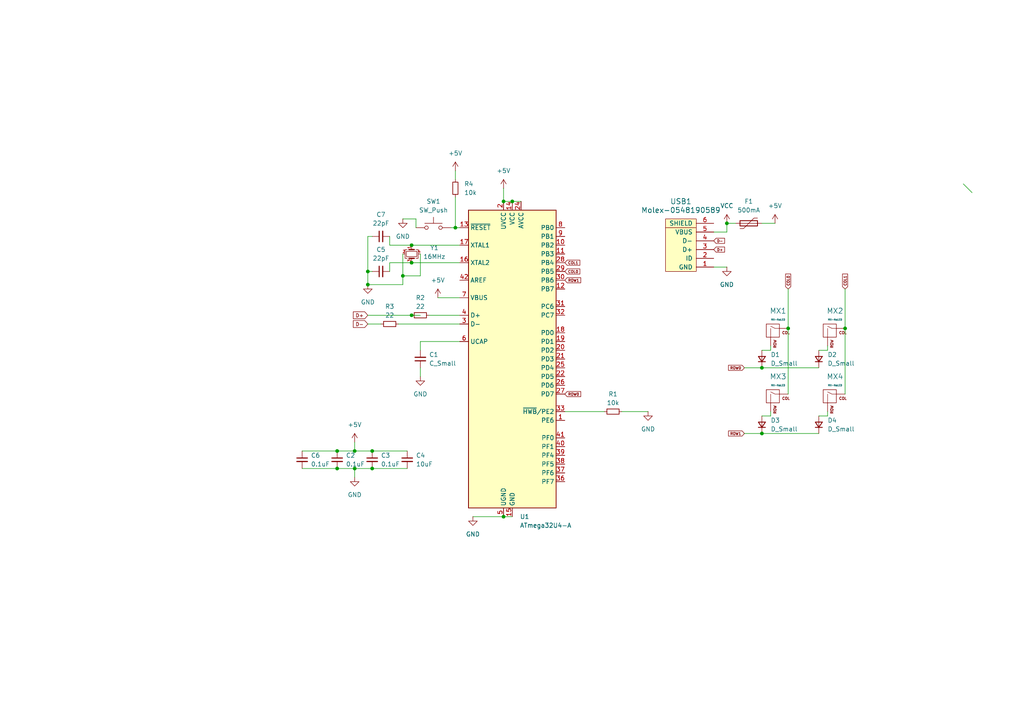
<source format=kicad_sch>
(kicad_sch (version 20231120) (generator "eeschema") (generator_version "8.0")
  (paper "A4")
  (lib_symbols
    (symbol "Device:C_Small" (pin_numbers hide) (pin_names (offset 0.254) hide)
      (property "Reference" "C" (at 0.254 1.778 0))
      (property "Value" "C_Small" (at 0.254 -2.032 0))
      (symbol "C_Small_0_1"
        (polyline (pts (xy -1.524 -0.508) (xy 1.524 -0.508)) (stroke (width 0.3302)))
        (polyline (pts (xy -1.524 0.508) (xy 1.524 0.508)) (stroke (width 0.3048)))
      )
      (symbol "C_Small_1_1"
        (pin passive line (at 0 2.54 270) (length 2.032) (name "~") (number "1"))
        (pin passive line (at 0 -2.54 90) (length 2.032) (name "~") (number "2"))
      )
    )
    (symbol "Device:Crystal_GND24_Small" (pin_names (offset 1.016) hide)
      (property "Reference" "Y" (at 1.27 4.445 0))
      (property "Value" "Crystal_GND24_Small" (at 1.27 2.54 0))
      (symbol "Crystal_GND24_Small_0_1"
        (rectangle (start -0.762 -1.524) (end 0.762 1.524))
        (polyline (pts (xy -1.27 -0.762) (xy -1.27 0.762)) (stroke (width 0.381)))
        (polyline (pts (xy 1.27 -0.762) (xy 1.27 0.762)) (stroke (width 0.381)))
        (polyline (pts (xy -1.27 -1.27) (xy -1.27 -1.905) (xy 1.27 -1.905) (xy 1.27 -1.27)))
        (polyline (pts (xy -1.27 1.27) (xy -1.27 1.905) (xy 1.27 1.905) (xy 1.27 1.27)))
      )
      (symbol "Crystal_GND24_Small_1_1"
        (pin passive line (at -2.54 0 0) (length 1.27) (name "1") (number "1"))
        (pin passive line (at 0 -2.54 90) (length 0.635) (name "2") (number "2"))
        (pin passive line (at 2.54 0 180) (length 1.27) (name "3") (number "3"))
        (pin passive line (at 0 2.54 270) (length 0.635) (name "4") (number "4"))
      )
    )
    (symbol "Device:D_Small" (pin_numbers hide) (pin_names (offset 0.254) hide)
      (property "Reference" "D" (at -1.27 2.032 0))
      (property "Value" "D_Small" (at -3.81 -2.032 0))
      (symbol "D_Small_0_1"
        (polyline (pts (xy -0.762 -1.016) (xy -0.762 1.016)) (stroke (width 0.254)))
        (polyline (pts (xy -0.762 0) (xy 0.762 0)))
        (polyline (pts (xy 0.762 -1.016) (xy -0.762 0) (xy 0.762 1.016) (xy 0.762 -1.016)) (stroke (width 0.254)))
      )
      (symbol "D_Small_1_1"
        (pin passive line (at -2.54 0 0) (length 1.778) (name "K") (number "1"))
        (pin passive line (at 2.54 0 180) (length 1.778) (name "A") (number "2"))
      )
    )
    (symbol "Device:Polyfuse" (pin_numbers hide) (pin_names (offset 0))
      (property "Reference" "F" (at -2.54 0 90))
      (property "Value" "Polyfuse" (at 2.54 0 90))
      (symbol "Polyfuse_0_1"
        (rectangle (start -0.762 2.54) (end 0.762 -2.54) (stroke (width 0.254)))
        (polyline (pts (xy 0 2.54) (xy 0 -2.54)))
        (polyline (pts (xy -1.524 2.54) (xy -1.524 1.524) (xy 1.524 -1.524) (xy 1.524 -2.54)))
      )
      (symbol "Polyfuse_1_1"
        (pin passive line (at 0 3.81 270) (length 1.27) (name "~") (number "1"))
        (pin passive line (at 0 -3.81 90) (length 1.27) (name "~") (number "2"))
      )
    )
    (symbol "Device:R_Small" (pin_numbers hide) (pin_names (offset 0.254) hide)
      (property "Reference" "R" (at 0.762 0.508 0))
      (property "Value" "R_Small" (at 0.762 -1.016 0))
      (symbol "R_Small_0_1"
        (rectangle (start -0.762 1.778) (end 0.762 -1.778) (stroke (width 0.2032)))
      )
      (symbol "R_Small_1_1"
        (pin passive line (at 0 2.54 270) (length 0.762) (name "~") (number "1"))
        (pin passive line (at 0 -2.54 90) (length 0.762) (name "~") (number "2"))
      )
    )
    (symbol "MCU_Microchip_ATmega:ATmega32U4-A"
      (property "Reference" "U" (at -12.7 44.45 0))
      (property "Value" "ATmega32U4-A" (at 2.54 -44.45 0))
      (symbol "ATmega32U4-A_0_1"
        (rectangle (start -12.7 -43.18) (end 12.7 43.18) (stroke (width 0.254)) (fill (type background)))
      )
      (symbol "ATmega32U4-A_1_1"
        (pin bidirectional line (at 15.24 -17.78 180) (length 2.54) (name "PE6") (number "1"))
        (pin bidirectional line (at 15.24 33.02 180) (length 2.54) (name "PB2") (number "10"))
        (pin bidirectional line (at 15.24 30.48 180) (length 2.54) (name "PB3") (number "11"))
        (pin bidirectional line (at 15.24 20.32 180) (length 2.54) (name "PB7") (number "12"))
        (pin input line (at -15.24 38.1 0) (length 2.54) (name "~{RESET}") (number "13"))
        (pin power_in line (at 0 45.72 270) (length 2.54) (name "VCC") (number "14"))
        (pin power_in line (at 0 -45.72 90) (length 2.54) (name "GND") (number "15"))
        (pin output line (at -15.24 27.94 0) (length 2.54) (name "XTAL2") (number "16"))
        (pin input line (at -15.24 33.02 0) (length 2.54) (name "XTAL1") (number "17"))
        (pin bidirectional line (at 15.24 7.62 180) (length 2.54) (name "PD0") (number "18"))
        (pin bidirectional line (at 15.24 5.08 180) (length 2.54) (name "PD1") (number "19"))
        (pin power_in line (at -2.54 45.72 270) (length 2.54) (name "UVCC") (number "2"))
        (pin bidirectional line (at 15.24 2.54 180) (length 2.54) (name "PD2") (number "20"))
        (pin bidirectional line (at 15.24 0 180) (length 2.54) (name "PD3") (number "21"))
        (pin bidirectional line (at 15.24 -5.08 180) (length 2.54) (name "PD5") (number "22"))
        (pin passive line (at 0 -45.72 90) (length 2.54) hide (name "GND") (number "23"))
        (pin power_in line (at 2.54 45.72 270) (length 2.54) (name "AVCC") (number "24"))
        (pin bidirectional line (at 15.24 -2.54 180) (length 2.54) (name "PD4") (number "25"))
        (pin bidirectional line (at 15.24 -7.62 180) (length 2.54) (name "PD6") (number "26"))
        (pin bidirectional line (at 15.24 -10.16 180) (length 2.54) (name "PD7") (number "27"))
        (pin bidirectional line (at 15.24 27.94 180) (length 2.54) (name "PB4") (number "28"))
        (pin bidirectional line (at 15.24 25.4 180) (length 2.54) (name "PB5") (number "29"))
        (pin bidirectional line (at -15.24 10.16 0) (length 2.54) (name "D-") (number "3"))
        (pin bidirectional line (at 15.24 22.86 180) (length 2.54) (name "PB6") (number "30"))
        (pin bidirectional line (at 15.24 15.24 180) (length 2.54) (name "PC6") (number "31"))
        (pin bidirectional line (at 15.24 12.7 180) (length 2.54) (name "PC7") (number "32"))
        (pin bidirectional line (at 15.24 -15.24 180) (length 2.54) (name "~{HWB}/PE2") (number "33"))
        (pin passive line (at 0 45.72 270) (length 2.54) hide (name "VCC") (number "34"))
        (pin passive line (at 0 -45.72 90) (length 2.54) hide (name "GND") (number "35"))
        (pin bidirectional line (at 15.24 -35.56 180) (length 2.54) (name "PF7") (number "36"))
        (pin bidirectional line (at 15.24 -33.02 180) (length 2.54) (name "PF6") (number "37"))
        (pin bidirectional line (at 15.24 -30.48 180) (length 2.54) (name "PF5") (number "38"))
        (pin bidirectional line (at 15.24 -27.94 180) (length 2.54) (name "PF4") (number "39"))
        (pin bidirectional line (at -15.24 12.7 0) (length 2.54) (name "D+") (number "4"))
        (pin bidirectional line (at 15.24 -25.4 180) (length 2.54) (name "PF1") (number "40"))
        (pin bidirectional line (at 15.24 -22.86 180) (length 2.54) (name "PF0") (number "41"))
        (pin passive line (at -15.24 22.86 0) (length 2.54) (name "AREF") (number "42"))
        (pin passive line (at 0 -45.72 90) (length 2.54) hide (name "GND") (number "43"))
        (pin passive line (at 2.54 45.72 270) (length 2.54) hide (name "AVCC") (number "44"))
        (pin passive line (at -2.54 -45.72 90) (length 2.54) (name "UGND") (number "5"))
        (pin passive line (at -15.24 5.08 0) (length 2.54) (name "UCAP") (number "6"))
        (pin input line (at -15.24 17.78 0) (length 2.54) (name "VBUS") (number "7"))
        (pin bidirectional line (at 15.24 38.1 180) (length 2.54) (name "PB0") (number "8"))
        (pin bidirectional line (at 15.24 35.56 180) (length 2.54) (name "PB1") (number "9"))
      )
    )
    (symbol "MX_Alps_Hybrid:MX-NoLED" (pin_names (offset 1.016))
      (property "Reference" "MX" (at -0.635 3.81 0))
      (property "Value" "MX-NoLED" (at -0.635 1.27 0))
      (symbol "MX-NoLED_0_0"
        (rectangle (start -2.54 2.54) (end 1.27 -1.27))
        (polyline (pts (xy -1.27 -1.27) (xy -1.27 1.27)) (stroke (width 0.127)))
        (polyline (pts (xy 1.27 1.27) (xy 0 1.27) (xy -1.27 1.905)) (stroke (width 0.127)))
        (text "COL" (at 3.175 0 0) (effects (font (size 0.762 0.762))))
        (text "ROW" (at 0 -1.905 900) (effects (font (size 0.762 0.762)) (justify right)))
      )
      (symbol "MX-NoLED_1_1"
        (pin passive line (at 3.81 1.27 180) (length 2.54) (name "COL") (number "1"))
        (pin passive line (at -1.27 -3.81 90) (length 2.54) (name "ROW") (number "2"))
      )
    )
    (symbol "Switch:SW_Push" (pin_numbers hide) (pin_names (offset 1.016) hide)
      (property "Reference" "SW" (at 1.27 2.54 0))
      (property "Value" "SW_Push" (at 0 -1.524 0))
      (symbol "SW_Push_0_1"
        (circle (center -2.032 0) (radius 0.508))
        (polyline (pts (xy 0 1.27) (xy 0 3.048)))
        (polyline (pts (xy 2.54 1.27) (xy -2.54 1.27)))
        (circle (center 2.032 0) (radius 0.508))
        (pin passive line (at -5.08 0 0) (length 2.54) (name "1") (number "1"))
        (pin passive line (at 5.08 0 180) (length 2.54) (name "2") (number "2"))
      )
    )
    (symbol "power:+5V" (power) (pin_numbers hide) (pin_names (offset 0) hide)
      (property "Value" "+5V" (at 0 3.556 0))
      (symbol "+5V_0_1"
        (polyline (pts (xy -0.762 1.27) (xy 0 2.54)))
        (polyline (pts (xy 0 0) (xy 0 2.54)))
        (polyline (pts (xy 0 2.54) (xy 0.762 1.27)))
      )
      (symbol "+5V_1_1"
        (pin power_in line (at 0 0 90) (length 0) (name "~") (number "1"))
      )
    )
    (symbol "power:GND" (power) (pin_numbers hide) (pin_names (offset 0) hide)
      (property "Value" "GND" (at 0 -3.81 0))
      (symbol "GND_0_1"
        (polyline (pts (xy 0 0) (xy 0 -1.27) (xy 1.27 -1.27) (xy 0 -2.54) (xy -1.27 -1.27) (xy 0 -1.27)))
      )
      (symbol "GND_1_1"
        (pin power_in line (at 0 0 270) (length 0) (name "~") (number "1"))
      )
    )
    (symbol "power:VCC" (power) (pin_numbers hide) (pin_names (offset 0) hide)
      (property "Value" "VCC" (at 0 3.556 0))
      (symbol "VCC_0_1"
        (polyline (pts (xy -0.762 1.27) (xy 0 2.54)))
        (polyline (pts (xy 0 0) (xy 0 2.54)))
        (polyline (pts (xy 0 2.54) (xy 0.762 1.27)))
      )
      (symbol "VCC_1_1"
        (pin power_in line (at 0 0 90) (length 0) (name "~") (number "1"))
      )
    )
    (symbol "random-keyboard-parts:Molex-0548190589" (pin_names (offset 1.016))
      (property "Reference" "USB" (at 0 7.62 0))
      (property "Value" "Molex-0548190589" (at 0 10.16 0))
      (symbol "Molex-0548190589_0_0"
        (polyline (pts (xy 6.35 -2.54) (xy 6.35 6.35)))
        (rectangle (start 8.89 -2.54) (end -6.35 6.35) (fill (type background)))
      )
      (symbol "Molex-0548190589_1_1"
        (pin input line (at -5.08 -7.62 90) (length 5.08) (name "GND") (number "1"))
        (pin input line (at -2.54 -7.62 90) (length 5.08) (name "ID") (number "2"))
        (pin input line (at 0 -7.62 90) (length 5.08) (name "D+") (number "3"))
        (pin input line (at 2.54 -7.62 90) (length 5.08) (name "D-") (number "4"))
        (pin input line (at 5.08 -7.62 90) (length 5.08) (name "VBUS") (number "5"))
        (pin input line (at 7.62 -7.62 90) (length 5.08) (name "SHIELD") (number "6"))
      )
    )
  )
  (junction (at 220.98 106.68))
  (junction (at 106.68 78.74))
  (junction (at 107.95 130.81))
  (junction (at 132.08 66.04))
  (junction (at 220.98 125.73))
  (junction (at 119.38 91.44))
  (junction (at 245.11 95.25))
  (junction (at 146.05 149.86))
  (junction (at 107.95 135.89))
  (junction (at 97.79 130.81))
  (junction (at 97.79 135.89))
  (junction (at 210.82 64.77))
  (junction (at 146.05 58.42))
  (junction (at 119.38 76.2))
  (junction (at 119.38 71.12))
  (junction (at 102.87 130.81))
  (junction (at 228.6 95.25))
  (junction (at 102.87 135.89))
  (junction (at 106.68 82.55))
  (junction (at 148.59 58.42))
  (junction (at 116.84 80.01))
  (bus_entry (at 279.4 53.34) (size 2.54 2.54))
  (wire (pts (xy 113.03 76.2) (xy 119.38 76.2)))
  (wire (pts (xy 113.03 71.12) (xy 119.38 71.12)))
  (wire (pts (xy 223.52 120.65) (xy 220.98 120.65)))
  (wire (pts (xy 115.57 93.98) (xy 133.35 93.98)))
  (wire (pts (xy 107.95 130.81) (xy 118.11 130.81)))
  (wire (pts (xy 210.82 64.77) (xy 210.82 67.31)))
  (wire (pts (xy 113.03 68.58) (xy 113.03 71.12)))
  (wire (pts (xy 102.87 135.89) (xy 107.95 135.89)))
  (wire (pts (xy 121.92 91.44) (xy 119.38 91.44)))
  (wire (pts (xy 113.03 78.74) (xy 113.03 76.2)))
  (wire (pts (xy 223.52 119.38) (xy 223.52 120.65)))
  (wire (pts (xy 97.79 130.81) (xy 102.87 130.81)))
  (wire (pts (xy 116.84 82.55) (xy 116.84 80.01)))
  (wire (pts (xy 102.87 130.81) (xy 107.95 130.81)))
  (wire (pts (xy 121.92 99.06) (xy 121.92 101.6)))
  (wire (pts (xy 132.08 49.53) (xy 132.08 52.07)))
  (wire (pts (xy 106.68 82.55) (xy 116.84 82.55)))
  (wire (pts (xy 240.03 119.38) (xy 240.03 120.65)))
  (wire (pts (xy 240.03 100.33) (xy 240.03 101.6)))
  (wire (pts (xy 163.83 119.38) (xy 175.26 119.38)))
  (wire (pts (xy 116.84 80.01) (xy 116.84 73.66)))
  (wire (pts (xy 121.92 73.66) (xy 121.92 80.01)))
  (wire (pts (xy 215.9 106.68) (xy 220.98 106.68)))
  (wire (pts (xy 215.9 125.73) (xy 220.98 125.73)))
  (wire (pts (xy 107.95 68.58) (xy 106.68 68.58)))
  (wire (pts (xy 106.68 91.44) (xy 119.38 91.44)))
  (wire (pts (xy 132.08 66.04) (xy 133.35 66.04)))
  (wire (pts (xy 210.82 64.77) (xy 213.36 64.77)))
  (wire (pts (xy 121.92 99.06) (xy 133.35 99.06)))
  (wire (pts (xy 210.82 67.31) (xy 207.01 67.31)))
  (wire (pts (xy 220.98 125.73) (xy 237.49 125.73)))
  (wire (pts (xy 102.87 128.27) (xy 102.87 130.81)))
  (wire (pts (xy 180.34 119.38) (xy 187.96 119.38)))
  (wire (pts (xy 106.68 93.98) (xy 110.49 93.98)))
  (wire (pts (xy 146.05 54.61) (xy 146.05 58.42)))
  (wire (pts (xy 240.03 101.6) (xy 237.49 101.6)))
  (wire (pts (xy 97.79 135.89) (xy 102.87 135.89)))
  (wire (pts (xy 106.68 78.74) (xy 106.68 82.55)))
  (wire (pts (xy 106.68 68.58) (xy 106.68 78.74)))
  (wire (pts (xy 223.52 101.6) (xy 220.98 101.6)))
  (wire (pts (xy 87.63 130.81) (xy 97.79 130.81)))
  (wire (pts (xy 87.63 135.89) (xy 97.79 135.89)))
  (wire (pts (xy 119.38 71.12) (xy 133.35 71.12)))
  (wire (pts (xy 121.92 80.01) (xy 116.84 80.01)))
  (wire (pts (xy 245.11 83.82) (xy 245.11 95.25)))
  (wire (pts (xy 228.6 83.82) (xy 228.6 95.25)))
  (wire (pts (xy 137.16 149.86) (xy 146.05 149.86)))
  (wire (pts (xy 121.92 106.68) (xy 121.92 109.22)))
  (wire (pts (xy 130.81 66.04) (xy 132.08 66.04)))
  (wire (pts (xy 207.01 77.47) (xy 210.82 77.47)))
  (wire (pts (xy 223.52 100.33) (xy 223.52 101.6)))
  (wire (pts (xy 119.38 76.2) (xy 133.35 76.2)))
  (wire (pts (xy 220.98 106.68) (xy 237.49 106.68)))
  (wire (pts (xy 240.03 120.65) (xy 237.49 120.65)))
  (wire (pts (xy 220.98 64.77) (xy 224.79 64.77)))
  (wire (pts (xy 132.08 57.15) (xy 132.08 66.04)))
  (wire (pts (xy 245.11 95.25) (xy 245.11 114.3)))
  (wire (pts (xy 102.87 138.43) (xy 102.87 135.89)))
  (wire (pts (xy 148.59 58.42) (xy 151.13 58.42)))
  (wire (pts (xy 228.6 95.25) (xy 228.6 114.3)))
  (wire (pts (xy 120.65 66.04) (xy 120.65 63.5)))
  (wire (pts (xy 124.46 91.44) (xy 133.35 91.44)))
  (wire (pts (xy 127 86.36) (xy 133.35 86.36)))
  (wire (pts (xy 146.05 58.42) (xy 148.59 58.42)))
  (wire (pts (xy 107.95 135.89) (xy 118.11 135.89)))
  (wire (pts (xy 120.65 63.5) (xy 116.84 63.5)))
  (wire (pts (xy 146.05 149.86) (xy 148.59 149.86)))
  (wire (pts (xy 106.68 78.74) (xy 107.95 78.74)))
  (global_label "D+" (shape input) (at 207.01 72.39 0) (effects (font (size 0.762 0.762))) (property "Intersheetrefs" "${INTERSHEET_REFS}" (effects (hide yes))))
  (global_label "COL1" (shape input) (at 163.83 76.2 0) (effects (font (size 0.762 0.762))) (property "Intersheetrefs" "${INTERSHEET_REFS}" (effects (hide yes))))
  (global_label "COL1" (shape input) (at 245.11 83.82 90) (effects (font (size 0.762 0.762))) (property "Intersheetrefs" "${INTERSHEET_REFS}" (effects (hide yes))))
  (global_label "ROW1" (shape input) (at 215.9 125.73 180) (effects (font (size 0.762 0.762))) (property "Intersheetrefs" "${INTERSHEET_REFS}" (effects (hide yes))))
  (global_label "D-" (shape input) (at 106.68 93.98 180) (effects (font (size 1.016 1.016))) (property "Intersheetrefs" "${INTERSHEET_REFS}" (effects (hide yes))))
  (global_label "ROW0" (shape input) (at 163.83 114.3 0) (effects (font (size 0.762 0.762))) (property "Intersheetrefs" "${INTERSHEET_REFS}" (effects (hide yes))))
  (global_label "COL0" (shape input) (at 228.6 83.82 90) (effects (font (size 0.762 0.762))) (property "Intersheetrefs" "${INTERSHEET_REFS}" (effects (hide yes))))
  (global_label "COL0" (shape input) (at 163.83 78.74 0) (effects (font (size 0.762 0.762))) (property "Intersheetrefs" "${INTERSHEET_REFS}" (effects (hide yes))))
  (global_label "D-" (shape input) (at 207.01 69.85 0) (effects (font (size 0.762 0.762))) (property "Intersheetrefs" "${INTERSHEET_REFS}" (effects (hide yes))))
  (global_label "ROW1" (shape input) (at 163.83 81.28 0) (effects (font (size 0.762 0.762))) (property "Intersheetrefs" "${INTERSHEET_REFS}" (effects (hide yes))))
  (global_label "D+" (shape input) (at 106.68 91.44 180) (effects (font (size 1.016 1.016))) (property "Intersheetrefs" "${INTERSHEET_REFS}" (effects (hide yes))))
  (global_label "ROW0" (shape input) (at 215.9 106.68 180) (effects (font (size 0.762 0.762))) (property "Intersheetrefs" "${INTERSHEET_REFS}" (effects (hide yes))))
  (symbol (lib_id "Device:R_Small") (at 177.8 119.38 90) (unit 1)
    (property "Reference" "R1" (at 177.8 114.3 90))
    (property "Value" "10k" (at 177.8 116.84 90))
    (property "Footprint" "Resistor_SMD:R_0815_2038Metric" (effects (hide yes)))
    (property "Description" "Resistor, small symbol" (effects (hide yes)))
  )
  (symbol (lib_id "power:GND") (at 210.82 77.47 0) (unit 1)
    (property "Reference" "#PWR013" (effects (hide yes)))
    (property "Value" "GND" (at 210.82 82.55 0))
    (property "Description" "Power symbol creates a global label with name \"GND\" , ground" (effects (hide yes)))
  )
  (symbol (lib_id "Device:R_Small") (at 132.08 54.61 0) (unit 1)
    (property "Reference" "R4" (at 134.62 53.3399 0) (effects (justify left)))
    (property "Value" "10k" (at 134.62 55.8799 0) (effects (justify left)))
    (property "Footprint" "Resistor_SMD:R_0815_2038Metric" (effects (hide yes)))
    (property "Description" "Resistor, small symbol" (effects (hide yes)))
  )
  (symbol (lib_id "power:GND") (at 137.16 149.86 0) (unit 1)
    (property "Reference" "#PWR02" (effects (hide yes)))
    (property "Value" "GND" (at 137.16 154.94 0))
    (property "Description" "Power symbol creates a global label with name \"GND\" , ground" (effects (hide yes)))
  )
  (symbol (lib_id "random-keyboard-parts:Molex-0548190589") (at 199.39 72.39 90) (unit 1)
    (property "Reference" "USB1" (at 197.485 58.42 90) (effects (font (size 1.524 1.524))))
    (property "Value" "Molex-0548190589" (at 197.485 60.96 90) (effects (font (size 1.524 1.524))))
    (property "Footprint" "random-keyboard-parts:Molex-0548190589" (effects (hide yes)))
  )
  (symbol (lib_id "power:VCC") (at 210.82 64.77 0) (unit 1)
    (property "Reference" "#PWR05" (effects (hide yes)))
    (property "Value" "VCC" (at 210.82 59.69 0))
    (property "Description" "Power symbol creates a global label with name \"VCC\"" (effects (hide yes)))
  )
  (symbol (lib_id "MX_Alps_Hybrid:MX-NoLED") (at 241.3 115.57 0) (unit 1)
    (property "Reference" "MX4" (at 242.1952 109.22 0) (effects (font (size 1.524 1.524))))
    (property "Value" "MX-NoLED" (at 242.1952 111.76 0) (effects (font (size 0.508 0.508))))
    (property "Footprint" "MX_Alps_Hybrid:MX-1U" (effects (hide yes)))
  )
  (symbol (lib_id "power:+5V") (at 224.79 64.77 0) (unit 1)
    (property "Reference" "#PWR04" (effects (hide yes)))
    (property "Value" "+5V" (at 224.79 59.69 0))
    (property "Description" "Power symbol creates a global label with name \"+5V\"" (effects (hide yes)))
  )
  (symbol (lib_id "power:GND") (at 187.96 119.38 0) (unit 1)
    (property "Reference" "#PWR03" (effects (hide yes)))
    (property "Value" "GND" (at 187.96 124.46 0))
    (property "Description" "Power symbol creates a global label with name \"GND\" , ground" (effects (hide yes)))
  )
  (symbol (lib_id "Device:C_Small") (at 110.49 68.58 90) (unit 1)
    (property "Reference" "C7" (at 110.4963 62.23 90))
    (property "Value" "22pF" (at 110.4963 64.77 90))
    (property "Footprint" "Capacitor_SMD:C_0805_2012Metric" (effects (hide yes)))
    (property "Description" "Unpolarized capacitor, small symbol" (effects (hide yes)))
  )
  (symbol (lib_id "MX_Alps_Hybrid:MX-NoLED") (at 224.79 115.57 0) (unit 1)
    (property "Reference" "MX3" (at 225.6852 109.22 0) (effects (font (size 1.524 1.524))))
    (property "Value" "MX-NoLED" (at 225.6852 111.76 0) (effects (font (size 0.508 0.508))))
    (property "Footprint" "MX_Alps_Hybrid:MX-1U" (effects (hide yes)))
  )
  (symbol (lib_id "power:GND") (at 121.92 109.22 0) (unit 1)
    (property "Reference" "#PWR06" (effects (hide yes)))
    (property "Value" "GND" (at 121.92 114.3 0))
    (property "Description" "Power symbol creates a global label with name \"GND\" , ground" (effects (hide yes)))
  )
  (symbol (lib_id "Device:C_Small") (at 87.63 133.35 0) (unit 1)
    (property "Reference" "C6" (at 90.17 132.0862 0) (effects (justify left)))
    (property "Value" "0.1uF" (at 90.17 134.6262 0) (effects (justify left)))
    (property "Footprint" "Capacitor_SMD:C_0805_2012Metric" (effects (hide yes)))
    (property "Description" "Unpolarized capacitor, small symbol" (effects (hide yes)))
  )
  (symbol (lib_id "Device:C_Small") (at 110.49 78.74 90) (unit 1)
    (property "Reference" "C5" (at 110.4963 72.39 90))
    (property "Value" "22pF" (at 110.4963 74.93 90))
    (property "Footprint" "Capacitor_SMD:C_0805_2012Metric" (effects (hide yes)))
    (property "Description" "Unpolarized capacitor, small symbol" (effects (hide yes)))
  )
  (symbol (lib_id "Device:C_Small") (at 97.79 133.35 0) (unit 1)
    (property "Reference" "C2" (at 100.33 132.0862 0) (effects (justify left)))
    (property "Value" "0.1uF" (at 100.33 134.6262 0) (effects (justify left)))
    (property "Footprint" "Capacitor_SMD:C_0805_2012Metric" (effects (hide yes)))
    (property "Description" "Unpolarized capacitor, small symbol" (effects (hide yes)))
  )
  (symbol (lib_id "Device:Crystal_GND24_Small") (at 119.38 73.66 270) (unit 1)
    (property "Reference" "Y1" (at 125.984 71.882 90))
    (property "Value" "16MHz" (at 125.984 74.422 90))
    (property "Footprint" "Crystal:Crystal_SMD_3225-4Pin_3.2x2.5mm" (effects (hide yes)))
    (property "Description" "Four pin crystal, GND on pins 2 and 4, small symbol" (effects (hide yes)))
  )
  (symbol (lib_id "MCU_Microchip_ATmega:ATmega32U4-A") (at 148.59 104.14 0) (unit 1)
    (property "Reference" "U1" (at 150.7841 149.86 0) (effects (justify left)))
    (property "Value" "ATmega32U4-A" (at 150.7841 152.4 0) (effects (justify left)))
    (property "Footprint" "Package_QFP:TQFP-44_10x10mm_P0.8mm" (effects (hide yes)))
    (property "Datasheet" "http://ww1.microchip.com/downloads/en/DeviceDoc/Atmel-7766-8-bit-AVR-ATmega16U4-32U4_Datasheet.pdf" (effects (hide yes)))
    (property "Description" "16MHz, 32kB Flash, 2.5kB SRAM, 1kB EEPROM, USB 2.0, TQFP-44" (effects (hide yes)))
  )
  (symbol (lib_id "power:+5V") (at 132.08 49.53 0) (unit 1)
    (property "Reference" "#PWR012" (effects (hide yes)))
    (property "Value" "+5V" (at 132.08 44.45 0))
    (property "Description" "Power symbol creates a global label with name \"+5V\"" (effects (hide yes)))
  )
  (symbol (lib_id "power:GND") (at 106.68 82.55 0) (unit 1)
    (property "Reference" "#PWR010" (effects (hide yes)))
    (property "Value" "GND" (at 106.68 87.63 0))
    (property "Description" "Power symbol creates a global label with name \"GND\" , ground" (effects (hide yes)))
  )
  (symbol (lib_id "MX_Alps_Hybrid:MX-NoLED") (at 241.3 96.52 0) (unit 1)
    (property "Reference" "MX2" (at 242.1952 90.17 0) (effects (font (size 1.524 1.524))))
    (property "Value" "MX-NoLED" (at 242.1952 92.71 0) (effects (font (size 0.508 0.508))))
    (property "Footprint" "MX_Alps_Hybrid:MX-1U" (effects (hide yes)))
  )
  (symbol (lib_id "power:GND") (at 116.84 63.5 0) (unit 1)
    (property "Reference" "#PWR011" (effects (hide yes)))
    (property "Value" "GND" (at 116.84 68.58 0))
    (property "Description" "Power symbol creates a global label with name \"GND\" , ground" (effects (hide yes)))
  )
  (symbol (lib_id "Device:R_Small") (at 121.92 91.44 270) (unit 1)
    (property "Reference" "R2" (at 121.92 86.36 90))
    (property "Value" "22" (at 121.92 88.9 90))
    (property "Footprint" "Resistor_SMD:R_0815_2038Metric" (effects (hide yes)))
    (property "Description" "Resistor, small symbol" (effects (hide yes)))
  )
  (symbol (lib_id "power:+5V") (at 127 86.36 0) (unit 1)
    (property "Reference" "#PWR09" (effects (hide yes)))
    (property "Value" "+5V" (at 127 81.28 0))
    (property "Description" "Power symbol creates a global label with name \"+5V\"" (effects (hide yes)))
  )
  (symbol (lib_id "Device:Polyfuse") (at 217.17 64.77 90) (unit 1)
    (property "Reference" "F1" (at 217.17 58.42 90))
    (property "Value" "500mA" (at 217.17 60.96 90))
    (property "Footprint" "Fuse:Fuse_1206_3216Metric" (effects (hide yes)))
    (property "Description" "Resettable fuse, polymeric positive temperature coefficient" (effects (hide yes)))
  )
  (symbol (lib_id "power:+5V") (at 102.87 128.27 0) (unit 1)
    (property "Reference" "#PWR08" (effects (hide yes)))
    (property "Value" "+5V" (at 102.87 123.19 0))
    (property "Description" "Power symbol creates a global label with name \"+5V\"" (effects (hide yes)))
  )
  (symbol (lib_id "Device:D_Small") (at 237.49 123.19 90) (unit 1)
    (property "Reference" "D4" (at 240.03 121.9199 90) (effects (justify right)))
    (property "Value" "D_Small" (at 240.03 124.4599 90) (effects (justify right)))
    (property "Footprint" "Diode_SMD:D_SOD-123" (effects (hide yes)))
    (property "Description" "Diode, small symbol" (effects (hide yes)))
    (property "Sim.Device" "D" (effects (hide yes)))
    (property "Sim.Pins" "1=K 2=A" (effects (hide yes)))
  )
  (symbol (lib_id "Device:C_Small") (at 107.95 133.35 0) (unit 1)
    (property "Reference" "C3" (at 110.49 132.0862 0) (effects (justify left)))
    (property "Value" "0.1uF" (at 110.49 134.6262 0) (effects (justify left)))
    (property "Footprint" "Capacitor_SMD:C_0805_2012Metric" (effects (hide yes)))
    (property "Description" "Unpolarized capacitor, small symbol" (effects (hide yes)))
  )
  (symbol (lib_id "Device:C_Small") (at 121.92 104.14 180) (unit 1)
    (property "Reference" "C1" (at 124.46 102.8635 0) (effects (justify right)))
    (property "Value" "C_Small" (at 124.46 105.4035 0) (effects (justify right)))
    (property "Footprint" "Capacitor_SMD:C_0805_2012Metric" (effects (hide yes)))
    (property "Description" "Unpolarized capacitor, small symbol" (effects (hide yes)))
  )
  (symbol (lib_id "MX_Alps_Hybrid:MX-NoLED") (at 224.79 96.52 0) (unit 1)
    (property "Reference" "MX1" (at 225.6852 90.17 0) (effects (font (size 1.524 1.524))))
    (property "Value" "MX-NoLED" (at 225.6852 92.71 0) (effects (font (size 0.508 0.508))))
    (property "Footprint" "MX_Alps_Hybrid:MX-1U" (effects (hide yes)))
  )
  (symbol (lib_id "Device:D_Small") (at 237.49 104.14 90) (unit 1)
    (property "Reference" "D2" (at 240.03 102.8699 90) (effects (justify right)))
    (property "Value" "D_Small" (at 240.03 105.4099 90) (effects (justify right)))
    (property "Footprint" "Diode_SMD:D_SOD-123" (effects (hide yes)))
    (property "Description" "Diode, small symbol" (effects (hide yes)))
    (property "Sim.Device" "D" (effects (hide yes)))
    (property "Sim.Pins" "1=K 2=A" (effects (hide yes)))
  )
  (symbol (lib_id "power:+5V") (at 146.05 54.61 0) (unit 1)
    (property "Reference" "#PWR01" (effects (hide yes)))
    (property "Value" "+5V" (at 146.05 49.53 0))
    (property "Description" "Power symbol creates a global label with name \"+5V\"" (effects (hide yes)))
  )
  (symbol (lib_id "Device:D_Small") (at 220.98 123.19 90) (unit 1)
    (property "Reference" "D3" (at 223.52 121.9199 90) (effects (justify right)))
    (property "Value" "D_Small" (at 223.52 124.4599 90) (effects (justify right)))
    (property "Footprint" "Diode_SMD:D_SOD-123" (effects (hide yes)))
    (property "Description" "Diode, small symbol" (effects (hide yes)))
    (property "Sim.Device" "D" (effects (hide yes)))
    (property "Sim.Pins" "1=K 2=A" (effects (hide yes)))
  )
  (symbol (lib_id "Device:C_Small") (at 118.11 133.35 0) (unit 1)
    (property "Reference" "C4" (at 120.65 132.0862 0) (effects (justify left)))
    (property "Value" "10uF" (at 120.65 134.6262 0) (effects (justify left)))
    (property "Footprint" "Capacitor_SMD:C_0805_2012Metric" (effects (hide yes)))
    (property "Description" "Unpolarized capacitor, small symbol" (effects (hide yes)))
  )
  (symbol (lib_id "Switch:SW_Push") (at 125.73 66.04 0) (unit 1)
    (property "Reference" "SW1" (at 125.73 58.42 0))
    (property "Value" "SW_Push" (at 125.73 60.96 0))
    (property "Footprint" "random-keyboard-parts:SKQG-1155865" (effects (hide yes)))
    (property "Description" "Push button switch, generic, two pins" (effects (hide yes)))
  )
  (symbol (lib_id "power:GND") (at 102.87 138.43 0) (unit 1)
    (property "Reference" "#PWR07" (effects (hide yes)))
    (property "Value" "GND" (at 102.87 143.51 0))
    (property "Description" "Power symbol creates a global label with name \"GND\" , ground" (effects (hide yes)))
  )
  (symbol (lib_id "Device:R_Small") (at 113.03 93.98 90) (unit 1)
    (property "Reference" "R3" (at 113.03 88.9 90))
    (property "Value" "22" (at 113.03 91.44 90))
    (property "Footprint" "Resistor_SMD:R_0815_2038Metric" (effects (hide yes)))
    (property "Description" "Resistor, small symbol" (effects (hide yes)))
  )
  (symbol (lib_id "Device:D_Small") (at 220.98 104.14 90) (unit 1)
    (property "Reference" "D1" (at 223.52 102.8699 90) (effects (justify right)))
    (property "Value" "D_Small" (at 223.52 105.4099 90) (effects (justify right)))
    (property "Footprint" "Diode_SMD:D_SOD-123" (effects (hide yes)))
    (property "Description" "Diode, small symbol" (effects (hide yes)))
    (property "Sim.Device" "D" (effects (hide yes)))
    (property "Sim.Pins" "1=K 2=A" (effects (hide yes)))
  )
)
</source>
